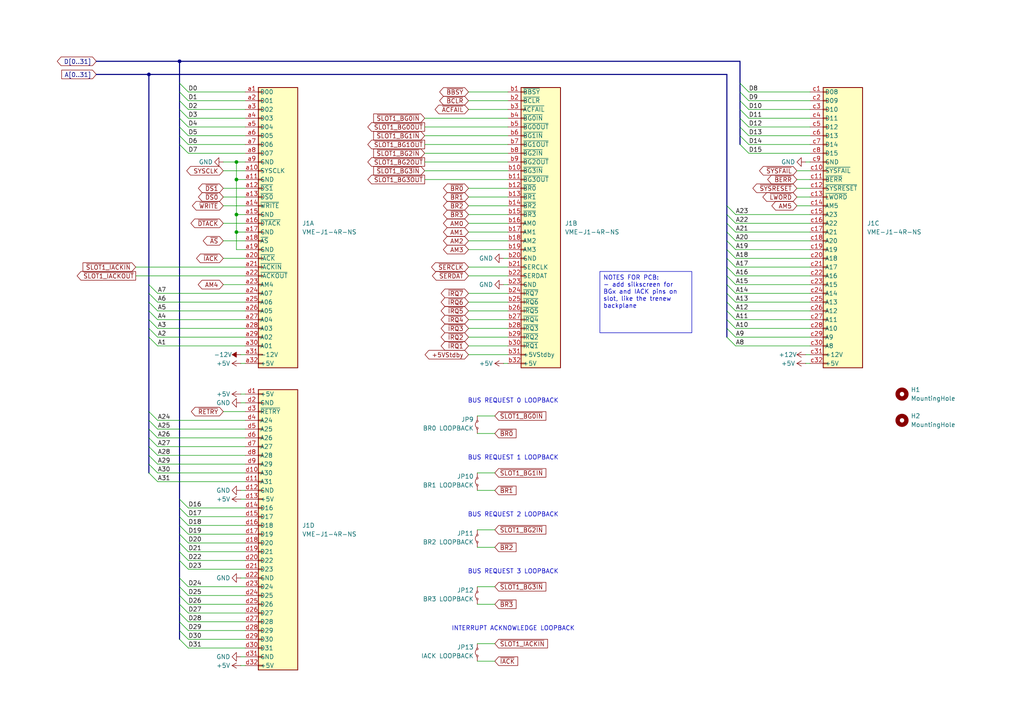
<source format=kicad_sch>
(kicad_sch (version 20231120) (generator "eeschema") (generator_version "8.0")
  (paper "A4")
  (title_block (title "6-Slot Backplane") (rev "1"))
  (lib_symbols
    (symbol "Computie_Connectors:VME64-J1-4R-NS"
      (property "Reference" "U" (at 0 40.64 0))
      (property "Value" "VME-J1-4R-NS" (at 0 40.64 0))
      (symbol "VME64-J1-4R-NS_1_1"
        (pin bidirectional line (at -5.08 38.1 0) (length 3.81) (name "D00") (number "a1"))
        (pin input line (at -5.08 15.24 0) (length 3.81) (name "SYSCLK") (number "a10"))
        (pin power_in line (at -5.08 12.7 0) (length 3.81) (name "GND") (number "a11"))
        (pin bidirectional line (at -5.08 10.16 0) (length 3.81) (name "~{DS1}") (number "a12"))
        (pin bidirectional line (at -5.08 7.62 0) (length 3.81) (name "~{DS0}") (number "a13"))
        (pin bidirectional line (at -5.08 5.08 0) (length 3.81) (name "~{WRITE}") (number "a14"))
        (pin power_in line (at -5.08 2.54 0) (length 3.81) (name "GND") (number "a15"))
        (pin bidirectional line (at -5.08 0 0) (length 3.81) (name "~{DTACK}") (number "a16"))
        (pin power_in line (at -5.08 -2.54 0) (length 3.81) (name "GND") (number "a17"))
        (pin bidirectional line (at -5.08 -5.08 0) (length 3.81) (name "~{AS}") (number "a18"))
        (pin power_in line (at -5.08 -7.62 0) (length 3.81) (name "GND") (number "a19"))
        (pin bidirectional line (at -5.08 35.56 0) (length 3.81) (name "D01") (number "a2"))
        (pin bidirectional line (at -5.08 -10.16 0) (length 3.81) (name "~{IACK}") (number "a20"))
        (pin output line (at -5.08 -12.7 0) (length 3.81) (name "~{IACKIN}") (number "a21"))
        (pin input line (at -5.08 -15.24 0) (length 3.81) (name "~{IACKOUT}") (number "a22"))
        (pin bidirectional line (at -5.08 -17.78 0) (length 3.81) (name "AM4") (number "a23"))
        (pin bidirectional line (at -5.08 -20.32 0) (length 3.81) (name "A07") (number "a24"))
        (pin bidirectional line (at -5.08 -22.86 0) (length 3.81) (name "A06") (number "a25"))
        (pin bidirectional line (at -5.08 -25.4 0) (length 3.81) (name "A05") (number "a26"))
        (pin bidirectional line (at -5.08 -27.94 0) (length 3.81) (name "A04") (number "a27"))
        (pin bidirectional line (at -5.08 -30.48 0) (length 3.81) (name "A03") (number "a28"))
        (pin bidirectional line (at -5.08 -33.02 0) (length 3.81) (name "A02") (number "a29"))
        (pin bidirectional line (at -5.08 33.02 0) (length 3.81) (name "D02") (number "a3"))
        (pin bidirectional line (at -5.08 -35.56 0) (length 3.81) (name "A01") (number "a30"))
        (pin power_in line (at -5.08 -38.1 0) (length 3.81) (name "-12V") (number "a31"))
        (pin power_in line (at -5.08 -40.64 0) (length 3.81) (name "+5V") (number "a32"))
        (pin bidirectional line (at -5.08 30.48 0) (length 3.81) (name "D03") (number "a4"))
        (pin bidirectional line (at -5.08 27.94 0) (length 3.81) (name "D04") (number "a5"))
        (pin bidirectional line (at -5.08 25.4 0) (length 3.81) (name "D05") (number "a6"))
        (pin bidirectional line (at -5.08 22.86 0) (length 3.81) (name "D06") (number "a7"))
        (pin bidirectional line (at -5.08 20.32 0) (length 3.81) (name "D07") (number "a8"))
        (pin power_in line (at -5.08 17.78 0) (length 3.81) (name "GND") (number "a9"))
      )
      (symbol "VME64-J1-4R-NS_2_1"
        (pin bidirectional line (at -5.08 38.1 0) (length 3.81) (name "~{BBSY}") (number "b1"))
        (pin output line (at -5.08 15.24 0) (length 3.81) (name "~{BG3IN}") (number "b10"))
        (pin input line (at -5.08 12.7 0) (length 3.81) (name "~{BG3OUT}") (number "b11"))
        (pin bidirectional line (at -5.08 10.16 0) (length 3.81) (name "~{BR0}") (number "b12"))
        (pin bidirectional line (at -5.08 7.62 0) (length 3.81) (name "~{BR1}") (number "b13"))
        (pin bidirectional line (at -5.08 5.08 0) (length 3.81) (name "~{BR2}") (number "b14"))
        (pin bidirectional line (at -5.08 2.54 0) (length 3.81) (name "~{BR3}") (number "b15"))
        (pin bidirectional line (at -5.08 0 0) (length 3.81) (name "AM0") (number "b16"))
        (pin bidirectional line (at -5.08 -2.54 0) (length 3.81) (name "AM1") (number "b17"))
        (pin bidirectional line (at -5.08 -5.08 0) (length 3.81) (name "AM2") (number "b18"))
        (pin bidirectional line (at -5.08 -7.62 0) (length 3.81) (name "AM3") (number "b19"))
        (pin bidirectional line (at -5.08 35.56 0) (length 3.81) (name "~{BCLR}") (number "b2"))
        (pin power_in line (at -5.08 -10.16 0) (length 3.81) (name "GND") (number "b20"))
        (pin bidirectional line (at -5.08 -12.7 0) (length 3.81) (name "SERCLK") (number "b21"))
        (pin bidirectional line (at -5.08 -15.24 0) (length 3.81) (name "SERDAT") (number "b22"))
        (pin power_in line (at -5.08 -17.78 0) (length 3.81) (name "GND") (number "b23"))
        (pin bidirectional line (at -5.08 -20.32 0) (length 3.81) (name "~{IRQ7}") (number "b24"))
        (pin bidirectional line (at -5.08 -22.86 0) (length 3.81) (name "~{IRQ6}") (number "b25"))
        (pin bidirectional line (at -5.08 -25.4 0) (length 3.81) (name "~{IRQ5}") (number "b26"))
        (pin bidirectional line (at -5.08 -27.94 0) (length 3.81) (name "~{IRQ4}") (number "b27"))
        (pin bidirectional line (at -5.08 -30.48 0) (length 3.81) (name "~{IRQ3}") (number "b28"))
        (pin bidirectional line (at -5.08 -33.02 0) (length 3.81) (name "~{IRQ2}") (number "b29"))
        (pin input line (at -5.08 33.02 0) (length 3.81) (name "~{ACFAIL}") (number "b3"))
        (pin bidirectional line (at -5.08 -35.56 0) (length 3.81) (name "~{IRQ1}") (number "b30"))
        (pin power_in line (at -5.08 -38.1 0) (length 3.81) (name "+5VStdby") (number "b31"))
        (pin power_in line (at -5.08 -40.64 0) (length 3.81) (name "+5V") (number "b32"))
        (pin output line (at -5.08 30.48 0) (length 3.81) (name "~{BG0IN}") (number "b4"))
        (pin input line (at -5.08 27.94 0) (length 3.81) (name "~{BG0OUT}") (number "b5"))
        (pin output line (at -5.08 25.4 0) (length 3.81) (name "~{BG1IN}") (number "b6"))
        (pin input line (at -5.08 22.86 0) (length 3.81) (name "~{BG1OUT}") (number "b7"))
        (pin output line (at -5.08 20.32 0) (length 3.81) (name "~{BG2IN}") (number "b8"))
        (pin input line (at -5.08 17.78 0) (length 3.81) (name "~{BG2OUT}") (number "b9"))
      )
      (symbol "VME64-J1-4R-NS_3_1"
        (pin bidirectional line (at -5.08 38.1 0) (length 3.81) (name "D08") (number "c1"))
        (pin bidirectional line (at -5.08 15.24 0) (length 3.81) (name "~{SYSFAIL}") (number "c10"))
        (pin bidirectional line (at -5.08 12.7 0) (length 3.81) (name "~{BERR}") (number "c11"))
        (pin bidirectional line (at -5.08 10.16 0) (length 3.81) (name "~{SYSRESET}") (number "c12"))
        (pin bidirectional line (at -5.08 7.62 0) (length 3.81) (name "~{LWORD}") (number "c13"))
        (pin bidirectional line (at -5.08 5.08 0) (length 3.81) (name "AM5") (number "c14"))
        (pin bidirectional line (at -5.08 2.54 0) (length 3.81) (name "A23") (number "c15"))
        (pin bidirectional line (at -5.08 0 0) (length 3.81) (name "A22") (number "c16"))
        (pin bidirectional line (at -5.08 -2.54 0) (length 3.81) (name "A21") (number "c17"))
        (pin bidirectional line (at -5.08 -5.08 0) (length 3.81) (name "A20") (number "c18"))
        (pin bidirectional line (at -5.08 -7.62 0) (length 3.81) (name "A19") (number "c19"))
        (pin bidirectional line (at -5.08 35.56 0) (length 3.81) (name "D09") (number "c2"))
        (pin bidirectional line (at -5.08 -10.16 0) (length 3.81) (name "A18") (number "c20"))
        (pin bidirectional line (at -5.08 -12.7 0) (length 3.81) (name "A17") (number "c21"))
        (pin bidirectional line (at -5.08 -15.24 0) (length 3.81) (name "A16") (number "c22"))
        (pin bidirectional line (at -5.08 -17.78 0) (length 3.81) (name "A15") (number "c23"))
        (pin bidirectional line (at -5.08 -20.32 0) (length 3.81) (name "A14") (number "c24"))
        (pin bidirectional line (at -5.08 -22.86 0) (length 3.81) (name "A13") (number "c25"))
        (pin bidirectional line (at -5.08 -25.4 0) (length 3.81) (name "A12") (number "c26"))
        (pin bidirectional line (at -5.08 -27.94 0) (length 3.81) (name "A11") (number "c27"))
        (pin bidirectional line (at -5.08 -30.48 0) (length 3.81) (name "A10") (number "c28"))
        (pin bidirectional line (at -5.08 -33.02 0) (length 3.81) (name "A9") (number "c29"))
        (pin bidirectional line (at -5.08 33.02 0) (length 3.81) (name "D10") (number "c3"))
        (pin bidirectional line (at -5.08 -35.56 0) (length 3.81) (name "A8") (number "c30"))
        (pin power_in line (at -5.08 -38.1 0) (length 3.81) (name "+12V") (number "c31"))
        (pin power_in line (at -5.08 -40.64 0) (length 3.81) (name "+5V") (number "c32"))
        (pin bidirectional line (at -5.08 30.48 0) (length 3.81) (name "D11") (number "c4"))
        (pin bidirectional line (at -5.08 27.94 0) (length 3.81) (name "D12") (number "c5"))
        (pin bidirectional line (at -5.08 25.4 0) (length 3.81) (name "D13") (number "c6"))
        (pin bidirectional line (at -5.08 22.86 0) (length 3.81) (name "D14") (number "c7"))
        (pin bidirectional line (at -5.08 20.32 0) (length 3.81) (name "D15") (number "c8"))
        (pin power_in line (at -5.08 17.78 0) (length 3.81) (name "GND") (number "c9"))
      )
      (symbol "VME64-J1-4R-NS_4_1"
        (pin power_in line (at -5.08 38.1 0) (length 3.81) (name "+5V") (number "d1"))
        (pin bidirectional line (at -5.08 15.24 0) (length 3.81) (name "A30") (number "d10"))
        (pin bidirectional line (at -5.08 12.7 0) (length 3.81) (name "A31") (number "d11"))
        (pin power_in line (at -5.08 10.16 0) (length 3.81) (name "GND") (number "d12"))
        (pin power_in line (at -5.08 7.62 0) (length 3.81) (name "+5V") (number "d13"))
        (pin bidirectional line (at -5.08 5.08 0) (length 3.81) (name "D16") (number "d14"))
        (pin bidirectional line (at -5.08 2.54 0) (length 3.81) (name "D17") (number "d15"))
        (pin bidirectional line (at -5.08 0 0) (length 3.81) (name "D18") (number "d16"))
        (pin bidirectional line (at -5.08 -2.54 0) (length 3.81) (name "D19") (number "d17"))
        (pin bidirectional line (at -5.08 -5.08 0) (length 3.81) (name "D20") (number "d18"))
        (pin bidirectional line (at -5.08 -7.62 0) (length 3.81) (name "D21") (number "d19"))
        (pin power_in line (at -5.08 35.56 0) (length 3.81) (name "GND") (number "d2"))
        (pin bidirectional line (at -5.08 -10.16 0) (length 3.81) (name "D22") (number "d20"))
        (pin bidirectional line (at -5.08 -12.7 0) (length 3.81) (name "D23") (number "d21"))
        (pin power_in line (at -5.08 -15.24 0) (length 3.81) (name "GND") (number "d22"))
        (pin bidirectional line (at -5.08 -17.78 0) (length 3.81) (name "D24") (number "d23"))
        (pin bidirectional line (at -5.08 -20.32 0) (length 3.81) (name "D25") (number "d24"))
        (pin bidirectional line (at -5.08 -22.86 0) (length 3.81) (name "D26") (number "d25"))
        (pin bidirectional line (at -5.08 -25.4 0) (length 3.81) (name "D27") (number "d26"))
        (pin bidirectional line (at -5.08 -27.94 0) (length 3.81) (name "D28") (number "d27"))
        (pin bidirectional line (at -5.08 -30.48 0) (length 3.81) (name "D29") (number "d28"))
        (pin bidirectional line (at -5.08 -33.02 0) (length 3.81) (name "D30") (number "d29"))
        (pin bidirectional line (at -5.08 33.02 0) (length 3.81) (name "~{RETRY}") (number "d3"))
        (pin bidirectional line (at -5.08 -35.56 0) (length 3.81) (name "D31") (number "d30"))
        (pin power_in line (at -5.08 -38.1 0) (length 3.81) (name "GND") (number "d31"))
        (pin power_in line (at -5.08 -40.64 0) (length 3.81) (name "+5V") (number "d32"))
        (pin bidirectional line (at -5.08 30.48 0) (length 3.81) (name "A24") (number "d4"))
        (pin bidirectional line (at -5.08 27.94 0) (length 3.81) (name "A25") (number "d5"))
        (pin bidirectional line (at -5.08 25.4 0) (length 3.81) (name "A26") (number "d6"))
        (pin bidirectional line (at -5.08 22.86 0) (length 3.81) (name "A27") (number "d7"))
        (pin bidirectional line (at -5.08 20.32 0) (length 3.81) (name "A28") (number "d8"))
        (pin bidirectional line (at -5.08 17.78 0) (length 3.81) (name "A29") (number "d9"))
      )
    )
    (symbol "Jumper:Jumper_2_Small_Bridged" (pin_numbers hide) (pin_names (offset 0) hide) (exclude_from_sim yes)
      (property "Reference" "JP" (at 0 2.032 0))
      (property "Value" "Jumper_2_Small_Bridged" (at 0 -2.286 0))
      (symbol "Jumper_2_Small_Bridged_1_1"
        (pin passive line (at -2.54 0 0) (length 1.27) (name "A") (number "1"))
        (pin passive line (at 2.54 0 180) (length 1.27) (name "B") (number "2"))
      )
    )
    (symbol "Mechanical:MountingHole" (pin_names (offset 1.016))
      (property "Reference" "H" (at 0 5.08 0))
      (property "Value" "MountingHole" (at 0 3.175 0))
    )
    (symbol "power:+12V" (power) (pin_numbers hide) (pin_names (offset 0) hide)
      (property "Value" "+12V" (at 0 3.556 0))
      (symbol "+12V_1_1"
        (pin power_in line (at 0 0 90) (length 0) (name "~") (number "1"))
      )
    )
    (symbol "power:+5V" (power) (pin_numbers hide) (pin_names (offset 0) hide)
      (property "Value" "+5V" (at 0 3.556 0))
      (symbol "+5V_1_1"
        (pin power_in line (at 0 0 90) (length 0) (name "~") (number "1"))
      )
    )
    (symbol "power:-12V" (power) (pin_numbers hide) (pin_names (offset 0) hide)
      (property "Value" "-12V" (at 0 3.556 0))
      (symbol "-12V_0_0"
        (pin power_in line (at 0 0 90) (length 0) (name "~") (number "1"))
      )
    )
    (symbol "power:GND" (power) (pin_names (offset 0))
      (property "Value" "GND" (at 0 -3.81 0))
      (symbol "GND_1_1"
        (pin power_in line (at 0 0 270) (length 0) hide (name "GND") (number "1"))
      )
    )
  )
  (junction (at 68.58 62.23))
  (junction (at 43.18 21.59))
  (junction (at 68.58 46.99))
  (junction (at 68.58 52.07))
  (junction (at 68.58 67.31))
  (junction (at 52.07 17.78))
  (bus_entry (at 54.61 185.42) (size -2.54 -2.54))
  (bus_entry (at 54.61 36.83) (size -2.54 -2.54))
  (bus_entry (at 54.61 187.96) (size -2.54 -2.54))
  (bus_entry (at 213.36 95.25) (size -2.54 -2.54))
  (bus_entry (at 54.61 157.48) (size -2.54 -2.54))
  (bus_entry (at 54.61 149.86) (size -2.54 -2.54))
  (bus_entry (at 45.72 139.7) (size -2.54 -2.54))
  (bus_entry (at 45.72 132.08) (size -2.54 -2.54))
  (bus_entry (at 213.36 90.17) (size -2.54 -2.54))
  (bus_entry (at 213.36 72.39) (size -2.54 -2.54))
  (bus_entry (at 213.36 92.71) (size -2.54 -2.54))
  (bus_entry (at 45.72 137.16) (size -2.54 -2.54))
  (bus_entry (at 45.72 100.33) (size -2.54 -2.54))
  (bus_entry (at 217.17 29.21) (size -2.54 -2.54))
  (bus_entry (at 54.61 180.34) (size -2.54 -2.54))
  (bus_entry (at 54.61 147.32) (size -2.54 -2.54))
  (bus_entry (at 45.72 85.09) (size -2.54 -2.54))
  (bus_entry (at 213.36 69.85) (size -2.54 -2.54))
  (bus_entry (at 213.36 80.01) (size -2.54 -2.54))
  (bus_entry (at 213.36 74.93) (size -2.54 -2.54))
  (bus_entry (at 54.61 172.72) (size -2.54 -2.54))
  (bus_entry (at 54.61 26.67) (size -2.54 -2.54))
  (bus_entry (at 213.36 62.23) (size -2.54 -2.54))
  (bus_entry (at 54.61 41.91) (size -2.54 -2.54))
  (bus_entry (at 45.72 87.63) (size -2.54 -2.54))
  (bus_entry (at 54.61 39.37) (size -2.54 -2.54))
  (bus_entry (at 217.17 39.37) (size -2.54 -2.54))
  (bus_entry (at 45.72 97.79) (size -2.54 -2.54))
  (bus_entry (at 217.17 44.45) (size -2.54 -2.54))
  (bus_entry (at 45.72 134.62) (size -2.54 -2.54))
  (bus_entry (at 54.61 31.75) (size -2.54 -2.54))
  (bus_entry (at 213.36 82.55) (size -2.54 -2.54))
  (bus_entry (at 45.72 95.25) (size -2.54 -2.54))
  (bus_entry (at 45.72 92.71) (size -2.54 -2.54))
  (bus_entry (at 213.36 100.33) (size -2.54 -2.54))
  (bus_entry (at 217.17 31.75) (size -2.54 -2.54))
  (bus_entry (at 54.61 160.02) (size -2.54 -2.54))
  (bus_entry (at 54.61 165.1) (size -2.54 -2.54))
  (bus_entry (at 54.61 44.45) (size -2.54 -2.54))
  (bus_entry (at 54.61 154.94) (size -2.54 -2.54))
  (bus_entry (at 54.61 182.88) (size -2.54 -2.54))
  (bus_entry (at 54.61 175.26) (size -2.54 -2.54))
  (bus_entry (at 213.36 87.63) (size -2.54 -2.54))
  (bus_entry (at 217.17 36.83) (size -2.54 -2.54))
  (bus_entry (at 213.36 67.31) (size -2.54 -2.54))
  (bus_entry (at 54.61 177.8) (size -2.54 -2.54))
  (bus_entry (at 213.36 77.47) (size -2.54 -2.54))
  (bus_entry (at 54.61 34.29) (size -2.54 -2.54))
  (bus_entry (at 217.17 26.67) (size -2.54 -2.54))
  (bus_entry (at 45.72 127) (size -2.54 -2.54))
  (bus_entry (at 217.17 34.29) (size -2.54 -2.54))
  (bus_entry (at 45.72 129.54) (size -2.54 -2.54))
  (bus_entry (at 54.61 152.4) (size -2.54 -2.54))
  (bus_entry (at 217.17 41.91) (size -2.54 -2.54))
  (bus_entry (at 54.61 170.18) (size -2.54 -2.54))
  (bus_entry (at 54.61 29.21) (size -2.54 -2.54))
  (bus_entry (at 213.36 64.77) (size -2.54 -2.54))
  (bus_entry (at 213.36 85.09) (size -2.54 -2.54))
  (bus_entry (at 54.61 162.56) (size -2.54 -2.54))
  (bus_entry (at 45.72 90.17) (size -2.54 -2.54))
  (bus_entry (at 45.72 124.46) (size -2.54 -2.54))
  (bus_entry (at 213.36 97.79) (size -2.54 -2.54))
  (bus_entry (at 45.72 121.92) (size -2.54 -2.54))
  (wire (pts (xy 64.77 54.61) (xy 71.12 54.61)))
  (wire (pts (xy 143.51 142.24) (xy 138.43 142.24)))
  (wire (pts (xy 123.19 34.29) (xy 147.32 34.29)))
  (bus (pts (xy 210.82 82.55) (xy 210.82 85.09)))
  (bus (pts (xy 43.18 92.71) (xy 43.18 90.17)))
  (bus (pts (xy 52.07 34.29) (xy 52.07 36.83)))
  (wire (pts (xy 217.17 26.67) (xy 234.95 26.67)))
  (wire (pts (xy 231.14 54.61) (xy 234.95 54.61)))
  (wire (pts (xy 54.61 160.02) (xy 71.12 160.02)))
  (bus (pts (xy 210.82 59.69) (xy 210.82 62.23)))
  (wire (pts (xy 213.36 69.85) (xy 234.95 69.85)))
  (bus (pts (xy 52.07 175.26) (xy 52.07 177.8)))
  (wire (pts (xy 213.36 87.63) (xy 234.95 87.63)))
  (wire (pts (xy 135.89 69.85) (xy 147.32 69.85)))
  (bus (pts (xy 52.07 172.72) (xy 52.07 175.26)))
  (bus (pts (xy 210.82 64.77) (xy 210.82 67.31)))
  (wire (pts (xy 71.12 67.31) (xy 68.58 67.31)))
  (bus (pts (xy 214.63 34.29) (xy 214.63 36.83)))
  (wire (pts (xy 45.72 139.7) (xy 71.12 139.7)))
  (bus (pts (xy 52.07 31.75) (xy 52.07 34.29)))
  (wire (pts (xy 54.61 187.96) (xy 71.12 187.96)))
  (wire (pts (xy 64.77 119.38) (xy 71.12 119.38)))
  (wire (pts (xy 213.36 77.47) (xy 234.95 77.47)))
  (bus (pts (xy 52.07 149.86) (xy 52.07 152.4)))
  (wire (pts (xy 69.85 102.87) (xy 71.12 102.87)))
  (wire (pts (xy 54.61 39.37) (xy 71.12 39.37)))
  (wire (pts (xy 123.19 46.99) (xy 147.32 46.99)))
  (wire (pts (xy 64.77 69.85) (xy 71.12 69.85)))
  (wire (pts (xy 135.89 90.17) (xy 147.32 90.17)))
  (wire (pts (xy 54.61 182.88) (xy 71.12 182.88)))
  (wire (pts (xy 64.77 57.15) (xy 71.12 57.15)))
  (wire (pts (xy 45.72 124.46) (xy 71.12 124.46)))
  (bus (pts (xy 210.82 95.25) (xy 210.82 97.79)))
  (wire (pts (xy 69.85 193.04) (xy 71.12 193.04)))
  (wire (pts (xy 45.72 137.16) (xy 71.12 137.16)))
  (wire (pts (xy 146.05 82.55) (xy 147.32 82.55)))
  (wire (pts (xy 45.72 129.54) (xy 71.12 129.54)))
  (wire (pts (xy 135.89 31.75) (xy 147.32 31.75)))
  (bus (pts (xy 214.63 39.37) (xy 214.63 41.91)))
  (wire (pts (xy 135.89 26.67) (xy 147.32 26.67)))
  (wire (pts (xy 217.17 34.29) (xy 234.95 34.29)))
  (bus (pts (xy 214.63 29.21) (xy 214.63 31.75)))
  (wire (pts (xy 213.36 100.33) (xy 234.95 100.33)))
  (wire (pts (xy 231.14 52.07) (xy 234.95 52.07)))
  (bus (pts (xy 43.18 85.09) (xy 43.18 87.63)))
  (bus (pts (xy 214.63 17.78) (xy 214.63 24.13)))
  (wire (pts (xy 45.72 97.79) (xy 71.12 97.79)))
  (bus (pts (xy 52.07 170.18) (xy 52.07 172.72)))
  (bus (pts (xy 52.07 36.83) (xy 52.07 39.37)))
  (wire (pts (xy 64.77 82.55) (xy 71.12 82.55)))
  (wire (pts (xy 71.12 190.5) (xy 69.85 190.5)))
  (bus (pts (xy 43.18 95.25) (xy 43.18 92.71)))
  (wire (pts (xy 231.14 49.53) (xy 234.95 49.53)))
  (bus (pts (xy 52.07 147.32) (xy 52.07 149.86)))
  (wire (pts (xy 39.37 77.47) (xy 71.12 77.47)))
  (bus (pts (xy 52.07 39.37) (xy 52.07 41.91)))
  (bus (pts (xy 210.82 21.59) (xy 210.82 59.69)))
  (wire (pts (xy 45.72 95.25) (xy 71.12 95.25)))
  (wire (pts (xy 71.12 116.84) (xy 69.85 116.84)))
  (wire (pts (xy 69.85 114.3) (xy 71.12 114.3)))
  (bus (pts (xy 210.82 62.23) (xy 210.82 64.77)))
  (wire (pts (xy 217.17 39.37) (xy 234.95 39.37)))
  (bus (pts (xy 214.63 24.13) (xy 214.63 26.67)))
  (bus (pts (xy 214.63 31.75) (xy 214.63 34.29)))
  (wire (pts (xy 68.58 46.99) (xy 68.58 52.07)))
  (wire (pts (xy 69.85 142.24) (xy 71.12 142.24)))
  (bus (pts (xy 52.07 180.34) (xy 52.07 182.88)))
  (bus (pts (xy 52.07 177.8) (xy 52.07 180.34)))
  (wire (pts (xy 233.68 105.41) (xy 234.95 105.41)))
  (bus (pts (xy 52.07 182.88) (xy 52.07 185.42)))
  (wire (pts (xy 135.89 97.79) (xy 147.32 97.79)))
  (wire (pts (xy 68.58 52.07) (xy 68.58 62.23)))
  (wire (pts (xy 135.89 57.15) (xy 147.32 57.15)))
  (wire (pts (xy 135.89 54.61) (xy 147.32 54.61)))
  (wire (pts (xy 69.85 167.64) (xy 71.12 167.64)))
  (wire (pts (xy 213.36 74.93) (xy 234.95 74.93)))
  (wire (pts (xy 54.61 147.32) (xy 71.12 147.32)))
  (wire (pts (xy 54.61 31.75) (xy 71.12 31.75)))
  (bus (pts (xy 43.18 134.62) (xy 43.18 137.16)))
  (wire (pts (xy 54.61 44.45) (xy 71.12 44.45)))
  (wire (pts (xy 71.12 52.07) (xy 68.58 52.07)))
  (wire (pts (xy 54.61 172.72) (xy 71.12 172.72)))
  (wire (pts (xy 135.89 102.87) (xy 147.32 102.87)))
  (wire (pts (xy 135.89 95.25) (xy 147.32 95.25)))
  (wire (pts (xy 217.17 29.21) (xy 234.95 29.21)))
  (wire (pts (xy 138.43 170.18) (xy 143.51 170.18)))
  (bus (pts (xy 52.07 144.78) (xy 52.07 147.32)))
  (wire (pts (xy 217.17 31.75) (xy 234.95 31.75)))
  (bus (pts (xy 52.07 162.56) (xy 52.07 167.64)))
  (bus (pts (xy 27.94 21.59) (xy 43.18 21.59)))
  (wire (pts (xy 45.72 132.08) (xy 71.12 132.08)))
  (bus (pts (xy 210.82 67.31) (xy 210.82 69.85)))
  (wire (pts (xy 45.72 87.63) (xy 71.12 87.63)))
  (wire (pts (xy 213.36 72.39) (xy 234.95 72.39)))
  (wire (pts (xy 64.77 59.69) (xy 71.12 59.69)))
  (bus (pts (xy 210.82 92.71) (xy 210.82 95.25)))
  (wire (pts (xy 123.19 39.37) (xy 147.32 39.37)))
  (wire (pts (xy 123.19 41.91) (xy 147.32 41.91)))
  (wire (pts (xy 146.05 105.41) (xy 147.32 105.41)))
  (wire (pts (xy 45.72 121.92) (xy 71.12 121.92)))
  (wire (pts (xy 45.72 100.33) (xy 71.12 100.33)))
  (wire (pts (xy 213.36 85.09) (xy 234.95 85.09)))
  (bus (pts (xy 43.18 82.55) (xy 43.18 85.09)))
  (wire (pts (xy 45.72 85.09) (xy 71.12 85.09)))
  (wire (pts (xy 213.36 62.23) (xy 234.95 62.23)))
  (bus (pts (xy 43.18 127) (xy 43.18 129.54)))
  (bus (pts (xy 214.63 36.83) (xy 214.63 39.37)))
  (wire (pts (xy 54.61 154.94) (xy 71.12 154.94)))
  (wire (pts (xy 231.14 59.69) (xy 234.95 59.69)))
  (wire (pts (xy 54.61 152.4) (xy 71.12 152.4)))
  (bus (pts (xy 43.18 97.79) (xy 43.18 119.38)))
  (wire (pts (xy 138.43 186.69) (xy 143.51 186.69)))
  (wire (pts (xy 135.89 72.39) (xy 147.32 72.39)))
  (bus (pts (xy 210.82 90.17) (xy 210.82 92.71)))
  (bus (pts (xy 52.07 17.78) (xy 214.63 17.78)))
  (bus (pts (xy 43.18 90.17) (xy 43.18 87.63)))
  (bus (pts (xy 52.07 160.02) (xy 52.07 162.56)))
  (bus (pts (xy 43.18 97.79) (xy 43.18 95.25)))
  (wire (pts (xy 54.61 34.29) (xy 71.12 34.29)))
  (bus (pts (xy 43.18 21.59) (xy 210.82 21.59)))
  (wire (pts (xy 64.77 46.99) (xy 68.58 46.99)))
  (wire (pts (xy 45.72 127) (xy 71.12 127)))
  (wire (pts (xy 64.77 49.53) (xy 71.12 49.53)))
  (wire (pts (xy 54.61 162.56) (xy 71.12 162.56)))
  (wire (pts (xy 213.36 64.77) (xy 234.95 64.77)))
  (bus (pts (xy 43.18 121.92) (xy 43.18 124.46)))
  (bus (pts (xy 52.07 29.21) (xy 52.07 31.75)))
  (wire (pts (xy 138.43 120.65) (xy 143.51 120.65)))
  (wire (pts (xy 143.51 125.73) (xy 138.43 125.73)))
  (wire (pts (xy 143.51 175.26) (xy 138.43 175.26)))
  (wire (pts (xy 123.19 44.45) (xy 147.32 44.45)))
  (bus (pts (xy 210.82 72.39) (xy 210.82 74.93)))
  (wire (pts (xy 54.61 177.8) (xy 71.12 177.8)))
  (bus (pts (xy 27.94 17.78) (xy 52.07 17.78)))
  (wire (pts (xy 135.89 29.21) (xy 147.32 29.21)))
  (wire (pts (xy 143.51 158.75) (xy 138.43 158.75)))
  (wire (pts (xy 213.36 92.71) (xy 234.95 92.71)))
  (wire (pts (xy 123.19 49.53) (xy 147.32 49.53)))
  (bus (pts (xy 210.82 69.85) (xy 210.82 72.39)))
  (wire (pts (xy 54.61 165.1) (xy 71.12 165.1)))
  (wire (pts (xy 213.36 97.79) (xy 234.95 97.79)))
  (wire (pts (xy 138.43 153.67) (xy 143.51 153.67)))
  (bus (pts (xy 210.82 74.93) (xy 210.82 77.47)))
  (wire (pts (xy 217.17 44.45) (xy 234.95 44.45)))
  (wire (pts (xy 54.61 175.26) (xy 71.12 175.26)))
  (wire (pts (xy 68.58 62.23) (xy 71.12 62.23)))
  (bus (pts (xy 210.82 80.01) (xy 210.82 82.55)))
  (wire (pts (xy 138.43 137.16) (xy 143.51 137.16)))
  (wire (pts (xy 213.36 67.31) (xy 234.95 67.31)))
  (wire (pts (xy 54.61 170.18) (xy 71.12 170.18)))
  (wire (pts (xy 135.89 67.31) (xy 147.32 67.31)))
  (bus (pts (xy 214.63 26.67) (xy 214.63 29.21)))
  (wire (pts (xy 54.61 180.34) (xy 71.12 180.34)))
  (wire (pts (xy 54.61 36.83) (xy 71.12 36.83)))
  (wire (pts (xy 64.77 64.77) (xy 71.12 64.77)))
  (wire (pts (xy 123.19 36.83) (xy 147.32 36.83)))
  (wire (pts (xy 123.19 52.07) (xy 147.32 52.07)))
  (wire (pts (xy 54.61 149.86) (xy 71.12 149.86)))
  (bus (pts (xy 43.18 21.59) (xy 43.18 82.55)))
  (wire (pts (xy 135.89 100.33) (xy 147.32 100.33)))
  (wire (pts (xy 54.61 185.42) (xy 71.12 185.42)))
  (wire (pts (xy 217.17 36.83) (xy 234.95 36.83)))
  (wire (pts (xy 135.89 87.63) (xy 147.32 87.63)))
  (bus (pts (xy 210.82 85.09) (xy 210.82 87.63)))
  (bus (pts (xy 52.07 26.67) (xy 52.07 29.21)))
  (wire (pts (xy 234.95 46.99) (xy 233.68 46.99)))
  (wire (pts (xy 233.68 102.87) (xy 234.95 102.87)))
  (wire (pts (xy 39.37 80.01) (xy 71.12 80.01)))
  (wire (pts (xy 54.61 41.91) (xy 71.12 41.91)))
  (wire (pts (xy 54.61 29.21) (xy 71.12 29.21)))
  (wire (pts (xy 45.72 90.17) (xy 71.12 90.17)))
  (bus (pts (xy 52.07 24.13) (xy 52.07 26.67)))
  (wire (pts (xy 135.89 77.47) (xy 147.32 77.47)))
  (bus (pts (xy 52.07 154.94) (xy 52.07 157.48)))
  (wire (pts (xy 45.72 92.71) (xy 71.12 92.71)))
  (wire (pts (xy 213.36 95.25) (xy 234.95 95.25)))
  (wire (pts (xy 135.89 85.09) (xy 147.32 85.09)))
  (wire (pts (xy 54.61 157.48) (xy 71.12 157.48)))
  (bus (pts (xy 210.82 77.47) (xy 210.82 80.01)))
  (wire (pts (xy 135.89 64.77) (xy 147.32 64.77)))
  (wire (pts (xy 69.85 105.41) (xy 71.12 105.41)))
  (wire (pts (xy 71.12 46.99) (xy 68.58 46.99)))
  (wire (pts (xy 54.61 26.67) (xy 71.12 26.67)))
  (wire (pts (xy 68.58 72.39) (xy 71.12 72.39)))
  (bus (pts (xy 52.07 157.48) (xy 52.07 160.02)))
  (wire (pts (xy 135.89 80.01) (xy 147.32 80.01)))
  (wire (pts (xy 45.72 134.62) (xy 71.12 134.62)))
  (wire (pts (xy 213.36 82.55) (xy 234.95 82.55)))
  (bus (pts (xy 43.18 124.46) (xy 43.18 127)))
  (bus (pts (xy 43.18 119.38) (xy 43.18 121.92)))
  (wire (pts (xy 68.58 67.31) (xy 68.58 72.39)))
  (wire (pts (xy 135.89 59.69) (xy 147.32 59.69)))
  (wire (pts (xy 68.58 62.23) (xy 68.58 67.31)))
  (wire (pts (xy 135.89 62.23) (xy 147.32 62.23)))
  (wire (pts (xy 213.36 90.17) (xy 234.95 90.17)))
  (wire (pts (xy 143.51 191.77) (xy 138.43 191.77)))
  (bus (pts (xy 52.07 167.64) (xy 52.07 170.18)))
  (bus (pts (xy 43.18 132.08) (xy 43.18 134.62)))
  (wire (pts (xy 135.89 92.71) (xy 147.32 92.71)))
  (bus (pts (xy 43.18 129.54) (xy 43.18 132.08)))
  (bus (pts (xy 210.82 87.63) (xy 210.82 90.17)))
  (bus (pts (xy 52.07 152.4) (xy 52.07 154.94)))
  (wire (pts (xy 64.77 74.93) (xy 71.12 74.93)))
  (wire (pts (xy 217.17 41.91) (xy 234.95 41.91)))
  (wire (pts (xy 69.85 144.78) (xy 71.12 144.78)))
  (bus (pts (xy 52.07 17.78) (xy 52.07 24.13)))
  (wire (pts (xy 213.36 80.01) (xy 234.95 80.01)))
  (wire (pts (xy 146.05 74.93) (xy 147.32 74.93)))
  (wire (pts (xy 231.14 57.15) (xy 234.95 57.15)))
  (bus (pts (xy 52.07 41.91) (xy 52.07 144.78)))
  (text_box "NOTES FOR PCB:\n- add silkscreen for BGx and IACK pins on slot, like the trenew backplane" (at 173.99 78.74 0) (size 26.67 17.78) (effects (font (size 1.27 1.27)) (justify left top)))
  (text "BUS REQUEST 3 LOOPBACK\n" (at 148.844 165.862 0) (effects (font (size 1.27 1.27))))
  (text "BUS REQUEST 2 LOOPBACK\n" (at 148.844 149.352 0) (effects (font (size 1.27 1.27))))
  (text "BUS REQUEST 0 LOOPBACK\n" (at 148.844 116.332 0) (effects (font (size 1.27 1.27))))
  (text "BUS REQUEST 1 LOOPBACK\n" (at 148.844 132.842 0) (effects (font (size 1.27 1.27))))
  (text "INTERRUPT ACKNOWLEDGE LOOPBACK\n" (at 148.844 182.372 0) (effects (font (size 1.27 1.27))))
  (label "D23" (at 54.61 165.1 0))
  (label "D28" (at 54.61 180.34 0))
  (label "A6" (at 45.72 87.63 0))
  (label "D31" (at 54.61 187.96 0))
  (label "D13" (at 217.17 39.37 0))
  (label "A18" (at 213.36 74.93 0))
  (label "D21" (at 54.61 160.02 0))
  (label "A3" (at 45.72 95.25 0))
  (label "A13" (at 213.36 87.63 0))
  (label "D4" (at 54.61 36.83 0))
  (label "A1" (at 45.72 100.33 0))
  (label "A23" (at 213.36 62.23 0))
  (label "A8" (at 213.36 100.33 0))
  (label "D17" (at 54.61 149.86 0))
  (label "A14" (at 213.36 85.09 0))
  (label "D7" (at 54.61 44.45 0))
  (label "D18" (at 54.61 152.4 0))
  (label "A9" (at 213.36 97.79 0))
  (label "A11" (at 213.36 92.71 0))
  (label "A12" (at 213.36 90.17 0))
  (label "A21" (at 213.36 67.31 0))
  (label "A7" (at 45.72 85.09 0))
  (label "D5" (at 54.61 39.37 0))
  (label "A2" (at 45.72 97.79 0))
  (label "D1" (at 54.61 29.21 0))
  (label "A5" (at 45.72 90.17 0))
  (label "D27" (at 54.61 177.8 0))
  (label "D9" (at 217.17 29.21 0))
  (label "A27" (at 45.72 129.54 0))
  (label "A4" (at 45.72 92.71 0))
  (label "D30" (at 54.61 185.42 0))
  (label "D29" (at 54.61 182.88 0))
  (label "D10" (at 217.17 31.75 0))
  (label "D3" (at 54.61 34.29 0))
  (label "A31" (at 45.72 139.7 0))
  (label "D6" (at 54.61 41.91 0))
  (label "A28" (at 45.72 132.08 0))
  (label "D12" (at 217.17 36.83 0))
  (label "D15" (at 217.17 44.45 0))
  (label "A19" (at 213.36 72.39 0))
  (label "D26" (at 54.61 175.26 0))
  (label "A16" (at 213.36 80.01 0))
  (label "D8" (at 217.17 26.67 0))
  (label "A10" (at 213.36 95.25 0))
  (label "A24" (at 45.72 121.92 0))
  (label "D11" (at 217.17 34.29 0))
  (label "D19" (at 54.61 154.94 0))
  (label "A22" (at 213.36 64.77 0))
  (label "D16" (at 54.61 147.32 0))
  (label "D2" (at 54.61 31.75 0))
  (label "D0" (at 54.61 26.67 0))
  (label "A30" (at 45.72 137.16 0))
  (label "A29" (at 45.72 134.62 0))
  (label "A26" (at 45.72 127 0))
  (label "A25" (at 45.72 124.46 0))
  (label "D22" (at 54.61 162.56 0))
  (label "D14" (at 217.17 41.91 0))
  (label "A15" (at 213.36 82.55 0))
  (label "D24" (at 54.61 170.18 0))
  (label "D20" (at 54.61 157.48 0))
  (label "A17" (at 213.36 77.47 0))
  (label "A20" (at 213.36 69.85 0))
  (label "D25" (at 54.61 172.72 0))
  (global_label "~{DS1}" (shape bidirectional) (at 64.77 54.61 180) (property "Intersheetrefs" "${INTERSHEET_REFS}" (effects (hide yes))))
  (global_label "~{BR3}" (shape bidirectional) (at 135.89 62.23 180) (property "Intersheetrefs" "${INTERSHEET_REFS}" (effects (hide yes))))
  (global_label "~{IRQ3}" (shape bidirectional) (at 135.89 95.25 180) (property "Intersheetrefs" "${INTERSHEET_REFS}" (effects (hide yes))))
  (global_label "SYSCLK" (shape bidirectional) (at 64.77 49.53 180) (property "Intersheetrefs" "${INTERSHEET_REFS}" (effects (hide yes))))
  (global_label "A[0..31]" (shape input) (at 27.94 21.59 180) (property "Intersheetrefs" "${INTERSHEET_REFS}" (effects (hide yes))))
  (global_label "~{BBSY}" (shape bidirectional) (at 135.89 26.67 180) (property "Intersheetrefs" "${INTERSHEET_REFS}" (effects (hide yes))))
  (global_label "AM1" (shape bidirectional) (at 135.89 67.31 180) (property "Intersheetrefs" "${INTERSHEET_REFS}" (effects (hide yes))))
  (global_label "~{DS0}" (shape bidirectional) (at 64.77 57.15 180) (property "Intersheetrefs" "${INTERSHEET_REFS}" (effects (hide yes))))
  (global_label "~{IRQ2}" (shape bidirectional) (at 135.89 97.79 180) (property "Intersheetrefs" "${INTERSHEET_REFS}" (effects (hide yes))))
  (global_label "~{SLOT1_BG0IN}" (shape input) (at 123.19 34.29 180) (property "Intersheetrefs" "${INTERSHEET_REFS}" (effects (hide yes))))
  (global_label "~{BR3}" (shape input) (at 143.51 175.26 0) (property "Intersheetrefs" "${INTERSHEET_REFS}" (effects (hide yes))))
  (global_label "~{IRQ4}" (shape bidirectional) (at 135.89 92.71 180) (property "Intersheetrefs" "${INTERSHEET_REFS}" (effects (hide yes))))
  (global_label "~{IRQ1}" (shape bidirectional) (at 135.89 100.33 180) (property "Intersheetrefs" "${INTERSHEET_REFS}" (effects (hide yes))))
  (global_label "~{SLOT1_IACKIN}" (shape input) (at 39.37 77.47 180) (property "Intersheetrefs" "${INTERSHEET_REFS}" (effects (hide yes))))
  (global_label "~{SLOT1_IACKIN}" (shape input) (at 143.51 186.69 0) (property "Intersheetrefs" "${INTERSHEET_REFS}" (effects (hide yes))))
  (global_label "~{BR1}" (shape input) (at 143.51 142.24 0) (property "Intersheetrefs" "${INTERSHEET_REFS}" (effects (hide yes))))
  (global_label "~{BR0}" (shape input) (at 143.51 125.73 0) (property "Intersheetrefs" "${INTERSHEET_REFS}" (effects (hide yes))))
  (global_label "D[0..31]" (shape bidirectional) (at 27.94 17.78 180) (property "Intersheetrefs" "${INTERSHEET_REFS}" (effects (hide yes))))
  (global_label "~{BR0}" (shape bidirectional) (at 135.89 54.61 180) (property "Intersheetrefs" "${INTERSHEET_REFS}" (effects (hide yes))))
  (global_label "~{SLOT1_BG2OUT}" (shape output) (at 123.19 46.99 180) (property "Intersheetrefs" "${INTERSHEET_REFS}" (effects (hide yes))))
  (global_label "~{AS}" (shape bidirectional) (at 64.77 69.85 180) (property "Intersheetrefs" "${INTERSHEET_REFS}" (effects (hide yes))))
  (global_label "~{LWORD}" (shape bidirectional) (at 231.14 57.15 180) (property "Intersheetrefs" "${INTERSHEET_REFS}" (effects (hide yes))))
  (global_label "AM2" (shape bidirectional) (at 135.89 69.85 180) (property "Intersheetrefs" "${INTERSHEET_REFS}" (effects (hide yes))))
  (global_label "~{RETRY}" (shape bidirectional) (at 64.77 119.38 180) (property "Intersheetrefs" "${INTERSHEET_REFS}" (effects (hide yes))))
  (global_label "~{WRITE}" (shape bidirectional) (at 64.77 59.69 180) (property "Intersheetrefs" "${INTERSHEET_REFS}" (effects (hide yes))))
  (global_label "+5VStdby" (shape bidirectional) (at 135.89 102.87 180) (property "Intersheetrefs" "${INTERSHEET_REFS}" (effects (hide yes))))
  (global_label "~{SLOT1_BG1IN}" (shape input) (at 123.19 39.37 180) (property "Intersheetrefs" "${INTERSHEET_REFS}" (effects (hide yes))))
  (global_label "~{SLOT1_BG2IN}" (shape input) (at 143.51 153.67 0) (property "Intersheetrefs" "${INTERSHEET_REFS}" (effects (hide yes))))
  (global_label "~{SLOT1_BG1OUT}" (shape output) (at 123.19 41.91 180) (property "Intersheetrefs" "${INTERSHEET_REFS}" (effects (hide yes))))
  (global_label "~{SERDAT}" (shape bidirectional) (at 135.89 80.01 180) (property "Intersheetrefs" "${INTERSHEET_REFS}" (effects (hide yes))))
  (global_label "~{SLOT1_BG3IN}" (shape input) (at 143.51 170.18 0) (property "Intersheetrefs" "${INTERSHEET_REFS}" (effects (hide yes))))
  (global_label "AM5" (shape bidirectional) (at 231.14 59.69 180) (property "Intersheetrefs" "${INTERSHEET_REFS}" (effects (hide yes))))
  (global_label "~{SLOT1_BG1IN}" (shape input) (at 143.51 137.16 0) (property "Intersheetrefs" "${INTERSHEET_REFS}" (effects (hide yes))))
  (global_label "~{SYSFAIL}" (shape bidirectional) (at 231.14 49.53 180) (property "Intersheetrefs" "${INTERSHEET_REFS}" (effects (hide yes))))
  (global_label "~{BCLR}" (shape bidirectional) (at 135.89 29.21 180) (property "Intersheetrefs" "${INTERSHEET_REFS}" (effects (hide yes))))
  (global_label "~{SLOT1_BG0IN}" (shape input) (at 143.51 120.65 0) (property "Intersheetrefs" "${INTERSHEET_REFS}" (effects (hide yes))))
  (global_label "~{BR2}" (shape input) (at 143.51 158.75 0) (property "Intersheetrefs" "${INTERSHEET_REFS}" (effects (hide yes))))
  (global_label "~{IRQ5}" (shape bidirectional) (at 135.89 90.17 180) (property "Intersheetrefs" "${INTERSHEET_REFS}" (effects (hide yes))))
  (global_label "~{IACK}" (shape input) (at 143.51 191.77 0) (property "Intersheetrefs" "${INTERSHEET_REFS}" (effects (hide yes))))
  (global_label "~{IRQ7}" (shape bidirectional) (at 135.89 85.09 180) (property "Intersheetrefs" "${INTERSHEET_REFS}" (effects (hide yes))))
  (global_label "AM3" (shape bidirectional) (at 135.89 72.39 180) (property "Intersheetrefs" "${INTERSHEET_REFS}" (effects (hide yes))))
  (global_label "~{BR1}" (shape bidirectional) (at 135.89 57.15 180) (property "Intersheetrefs" "${INTERSHEET_REFS}" (effects (hide yes))))
  (global_label "~{SLOT1_BG3OUT}" (shape output) (at 123.19 52.07 180) (property "Intersheetrefs" "${INTERSHEET_REFS}" (effects (hide yes))))
  (global_label "~{IRQ6}" (shape bidirectional) (at 135.89 87.63 180) (property "Intersheetrefs" "${INTERSHEET_REFS}" (effects (hide yes))))
  (global_label "~{SLOT1_BG3IN}" (shape input) (at 123.19 49.53 180) (property "Intersheetrefs" "${INTERSHEET_REFS}" (effects (hide yes))))
  (global_label "~{BERR}" (shape bidirectional) (at 231.14 52.07 180) (property "Intersheetrefs" "${INTERSHEET_REFS}" (effects (hide yes))))
  (global_label "~{SLOT1_BG2IN}" (shape input) (at 123.19 44.45 180) (property "Intersheetrefs" "${INTERSHEET_REFS}" (effects (hide yes))))
  (global_label "~{BR2}" (shape bidirectional) (at 135.89 59.69 180) (property "Intersheetrefs" "${INTERSHEET_REFS}" (effects (hide yes))))
  (global_label "~{ACFAIL}" (shape bidirectional) (at 135.89 31.75 180) (property "Intersheetrefs" "${INTERSHEET_REFS}" (effects (hide yes))))
  (global_label "~{SYSRESET}" (shape bidirectional) (at 231.14 54.61 180) (property "Intersheetrefs" "${INTERSHEET_REFS}" (effects (hide yes))))
  (global_label "AM4" (shape bidirectional) (at 64.77 82.55 180) (property "Intersheetrefs" "${INTERSHEET_REFS}" (effects (hide yes))))
  (global_label "~{IACK}" (shape bidirectional) (at 64.77 74.93 180) (property "Intersheetrefs" "${INTERSHEET_REFS}" (effects (hide yes))))
  (global_label "~{DTACK}" (shape bidirectional) (at 64.77 64.77 180) (property "Intersheetrefs" "${INTERSHEET_REFS}" (effects (hide yes))))
  (global_label "AM0" (shape bidirectional) (at 135.89 64.77 180) (property "Intersheetrefs" "${INTERSHEET_REFS}" (effects (hide yes))))
  (global_label "~{SERCLK}" (shape bidirectional) (at 135.89 77.47 180) (property "Intersheetrefs" "${INTERSHEET_REFS}" (effects (hide yes))))
  (global_label "~{SLOT1_BG0OUT}" (shape output) (at 123.19 36.83 180) (property "Intersheetrefs" "${INTERSHEET_REFS}" (effects (hide yes))))
  (global_label "~{SLOT1_IACKOUT}" (shape output) (at 39.37 80.01 180) (property "Intersheetrefs" "${INTERSHEET_REFS}" (effects (hide yes))))
  (symbol (lib_id "power:+5V") (at 69.85 105.41 90) (unit 1)
    (property "Reference" "#PWR037" (effects (hide yes)))
    (property "Value" "+5V" (at 64.77 105.41 90))
    (property "Description" "Power symbol creates a global label with name \"+5V\"" (effects (hide yes)))
  )
  (symbol (lib_id "Jumper:Jumper_2_Small_Bridged") (at 138.43 189.23 90) (unit 1) (exclude_from_sim yes)
    (property "Reference" "JP13" (at 137.414 187.706 90) (effects (justify left)))
    (property "Value" "IACK LOOPBACK" (at 137.414 190.246 90) (effects (justify left)))
    (property "Footprint" "Connector_PinHeader_2.54mm:PinHeader_1x02_P2.54mm_Vertical" (effects (hide yes)))
    (property "Description" "Jumper, 2-pole, small symbol, bridged" (effects (hide yes)))
  )
  (symbol (lib_id "Jumper:Jumper_2_Small_Bridged") (at 138.43 139.7 90) (unit 1) (exclude_from_sim yes)
    (property "Reference" "JP10" (at 137.414 138.176 90) (effects (justify left)))
    (property "Value" "BR1 LOOPBACK" (at 137.414 140.716 90) (effects (justify left)))
    (property "Footprint" "Connector_PinHeader_2.54mm:PinHeader_1x02_P2.54mm_Vertical" (effects (hide yes)))
    (property "Description" "Jumper, 2-pole, small symbol, bridged" (effects (hide yes)))
  )
  (symbol (lib_id "Computie_Connectors:VME64-J1-4R-NS") (at 152.4 64.77 0) (unit 2)
    (property "Reference" "J1" (at 163.83 64.7699 0) (effects (justify left)))
    (property "Value" "VME-J1-4R-NS" (at 163.83 67.3099 0) (effects (justify left)))
    (property "Footprint" "Computie_Connectors:DIN41612_C_4x32_Female_Vertical_THT" (effects (hide yes)))
    (property "Description" "VME64 J1 (Backplane-side Socket), 4 Row (Non-Standard) DIN41612 Connector" (effects (hide yes)))
  )
  (symbol (lib_id "power:+5V") (at 146.05 105.41 90) (unit 1)
    (property "Reference" "#PWR051" (effects (hide yes)))
    (property "Value" "+5V" (at 140.97 105.41 90))
    (property "Description" "Power symbol creates a global label with name \"+5V\"" (effects (hide yes)))
  )
  (symbol (lib_id "power:+5V") (at 233.68 105.41 90) (unit 1)
    (property "Reference" "#PWR055" (effects (hide yes)))
    (property "Value" "+5V" (at 228.6 105.41 90))
    (property "Description" "Power symbol creates a global label with name \"+5V\"" (effects (hide yes)))
  )
  (symbol (lib_id "Mechanical:MountingHole") (at 261.62 114.3 0) (unit 1)
    (property "Reference" "H1" (at 264.16 113.03 0) (effects (justify left)))
    (property "Value" "MountingHole" (at 264.16 115.57 0) (effects (justify left)))
    (property "Footprint" "MountingHole:MountingHole_2.7mm_M2.5_DIN965" (effects (hide yes)))
  )
  (symbol (lib_id "power:GND") (at 233.68 46.99 270) (unit 1)
    (property "Reference" "#PWR053" (effects (hide yes)))
    (property "Value" "GND" (at 228.6 46.99 90))
  )
  (symbol (lib_id "power:GND") (at 146.05 82.55 270) (unit 1)
    (property "Reference" "#PWR050" (effects (hide yes)))
    (property "Value" "GND" (at 140.97 82.55 90))
  )
  (symbol (lib_id "power:GND") (at 64.77 46.99 270) (unit 1)
    (property "Reference" "#PWR035" (effects (hide yes)))
    (property "Value" "GND" (at 59.69 46.99 90))
  )
  (symbol (lib_id "Computie_Connectors:VME64-J1-4R-NS") (at 76.2 64.77 0) (unit 1)
    (property "Reference" "J1" (at 87.63 64.7699 0) (effects (justify left)))
    (property "Value" "VME-J1-4R-NS" (at 87.63 67.3099 0) (effects (justify left)))
    (property "Footprint" "Computie_Connectors:DIN41612_C_4x32_Female_Vertical_THT" (effects (hide yes)))
    (property "Description" "VME64 J1 (Backplane-side Socket), 4 Row (Non-Standard) DIN41612 Connector" (effects (hide yes)))
  )
  (symbol (lib_id "Computie_Connectors:VME64-J1-4R-NS") (at 240.03 64.77 0) (unit 3)
    (property "Reference" "J1" (at 251.46 64.7699 0) (effects (justify left)))
    (property "Value" "VME-J1-4R-NS" (at 251.46 67.3099 0) (effects (justify left)))
    (property "Footprint" "Computie_Connectors:DIN41612_C_4x32_Female_Vertical_THT" (effects (hide yes)))
    (property "Description" "VME64 J1 (Backplane-side Socket), 4 Row (Non-Standard) DIN41612 Connector" (effects (hide yes)))
  )
  (symbol (lib_id "power:GND") (at 69.85 167.64 270) (unit 1)
    (property "Reference" "#PWR042" (effects (hide yes)))
    (property "Value" "GND" (at 64.77 167.64 90))
  )
  (symbol (lib_id "power:GND") (at 69.85 190.5 270) (unit 1)
    (property "Reference" "#PWR043" (effects (hide yes)))
    (property "Value" "GND" (at 64.77 190.5 90))
  )
  (symbol (lib_id "Mechanical:MountingHole") (at 261.62 121.92 0) (unit 1)
    (property "Reference" "H2" (at 264.16 120.65 0) (effects (justify left)))
    (property "Value" "MountingHole" (at 264.16 123.19 0) (effects (justify left)))
    (property "Footprint" "MountingHole:MountingHole_2.7mm_M2.5_DIN965" (effects (hide yes)))
  )
  (symbol (lib_id "power:+5V") (at 69.85 144.78 90) (unit 1)
    (property "Reference" "#PWR041" (effects (hide yes)))
    (property "Value" "+5V" (at 64.77 144.78 90))
    (property "Description" "Power symbol creates a global label with name \"+5V\"" (effects (hide yes)))
  )
  (symbol (lib_id "Jumper:Jumper_2_Small_Bridged") (at 138.43 172.72 90) (unit 1) (exclude_from_sim yes)
    (property "Reference" "JP12" (at 137.414 171.196 90) (effects (justify left)))
    (property "Value" "BR3 LOOPBACK" (at 137.414 173.736 90) (effects (justify left)))
    (property "Footprint" "Connector_PinHeader_2.54mm:PinHeader_1x02_P2.54mm_Vertical" (effects (hide yes)))
    (property "Description" "Jumper, 2-pole, small symbol, bridged" (effects (hide yes)))
  )
  (symbol (lib_id "power:GND") (at 69.85 142.24 270) (unit 1)
    (property "Reference" "#PWR040" (effects (hide yes)))
    (property "Value" "GND" (at 64.77 142.24 90))
  )
  (symbol (lib_id "power:GND") (at 146.05 74.93 270) (unit 1)
    (property "Reference" "#PWR049" (effects (hide yes)))
    (property "Value" "GND" (at 140.97 74.93 90))
  )
  (symbol (lib_id "power:+5V") (at 69.85 193.04 90) (unit 1)
    (property "Reference" "#PWR044" (effects (hide yes)))
    (property "Value" "+5V" (at 64.77 193.04 90))
    (property "Description" "Power symbol creates a global label with name \"+5V\"" (effects (hide yes)))
  )
  (symbol (lib_id "Computie_Connectors:VME64-J1-4R-NS") (at 76.2 152.4 0) (unit 4)
    (property "Reference" "J1" (at 87.63 152.3999 0) (effects (justify left)))
    (property "Value" "VME-J1-4R-NS" (at 87.63 154.9399 0) (effects (justify left)))
    (property "Footprint" "Computie_Connectors:DIN41612_C_4x32_Female_Vertical_THT" (effects (hide yes)))
    (property "Description" "VME64 J1 (Backplane-side Socket), 4 Row (Non-Standard) DIN41612 Connector" (effects (hide yes)))
  )
  (symbol (lib_id "power:+12V") (at 233.68 102.87 90) (unit 1)
    (property "Reference" "#PWR054" (effects (hide yes)))
    (property "Value" "+12V" (at 231.14 102.8699 90) (effects (justify left)))
    (property "Description" "Power symbol creates a global label with name \"+12V\"" (effects (hide yes)))
  )
  (symbol (lib_id "power:+5V") (at 69.85 114.3 90) (unit 1)
    (property "Reference" "#PWR038" (effects (hide yes)))
    (property "Value" "+5V" (at 64.77 114.3 90))
    (property "Description" "Power symbol creates a global label with name \"+5V\"" (effects (hide yes)))
  )
  (symbol (lib_id "Jumper:Jumper_2_Small_Bridged") (at 138.43 123.19 90) (unit 1) (exclude_from_sim yes)
    (property "Reference" "JP9" (at 137.414 121.666 90) (effects (justify left)))
    (property "Value" "BR0 LOOPBACK" (at 137.414 124.206 90) (effects (justify left)))
    (property "Footprint" "Connector_PinHeader_2.54mm:PinHeader_1x02_P2.54mm_Vertical" (effects (hide yes)))
    (property "Description" "Jumper, 2-pole, small symbol, bridged" (effects (hide yes)))
  )
  (symbol (lib_id "power:GND") (at 69.85 116.84 270) (unit 1)
    (property "Reference" "#PWR039" (effects (hide yes)))
    (property "Value" "GND" (at 64.77 116.84 90))
  )
  (symbol (lib_id "power:-12V") (at 69.85 102.87 90) (unit 1)
    (property "Reference" "#PWR036" (effects (hide yes)))
    (property "Value" "-12V" (at 67.31 102.8699 90) (effects (justify left)))
    (property "Description" "Power symbol creates a global label with name \"-12V\"" (effects (hide yes)))
  )
  (symbol (lib_id "Jumper:Jumper_2_Small_Bridged") (at 138.43 156.21 90) (unit 1) (exclude_from_sim yes)
    (property "Reference" "JP11" (at 137.414 154.686 90) (effects (justify left)))
    (property "Value" "BR2 LOOPBACK" (at 137.414 157.226 90) (effects (justify left)))
    (property "Footprint" "Connector_PinHeader_2.54mm:PinHeader_1x02_P2.54mm_Vertical" (effects (hide yes)))
    (property "Description" "Jumper, 2-pole, small symbol, bridged" (effects (hide yes)))
  )
)
</source>
